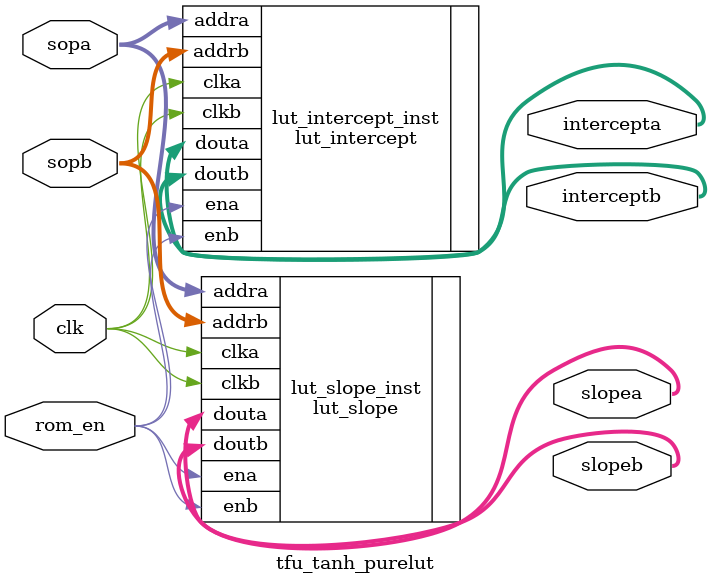
<source format=v>
`timescale 1ns / 1ps



module tfu_tanh_purelut(
   input clk,
   input rom_en,
   input    [7:0]    sopa, sopb,
   output   [18:0]   intercepta, interceptb,
   output   [9:0]    slopea, slopeb
);


   /*** INSTANTIATION ***/
   lut_intercept lut_intercept_inst (
      .clka(clk),    // input wire clka
      .ena(rom_en),      // input wire ena
      .addra(sopa),  // input wire [7 : 0] addra
      .douta(intercepta),  // output wire [18 : 0] douta
      .clkb(clk),    // input wire clkb
      .enb(rom_en),      // input wire enb
      .addrb(sopb),  // input wire [7 : 0] addrb
      .doutb(interceptb)  // output wire [18 : 0] doutb
   );


   lut_slope lut_slope_inst (
      .clka(clk),    // input wire clka
      .ena(rom_en),      // input wire ena
      .addra(sopa),  // input wire [7 : 0] addra
      .douta(slopea),  // output wire [9 : 0] douta
      .clkb(clk),    // input wire clkb
      .enb(rom_en),      // input wire enb
      .addrb(sopb),  // input wire [7 : 0] addrb
      .doutb(slopeb)  // output wire [9 : 0] doutb
   );

endmodule
</source>
